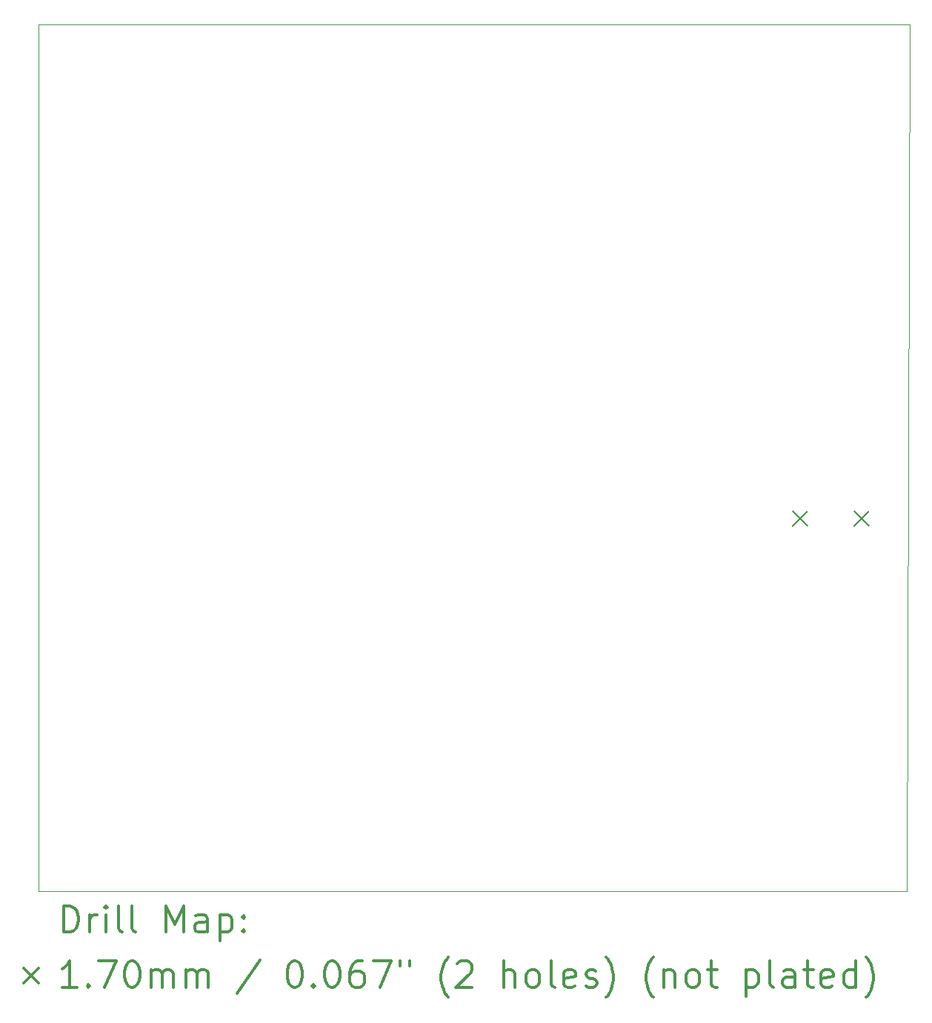
<source format=gbr>
%FSLAX45Y45*%
G04 Gerber Fmt 4.5, Leading zero omitted, Abs format (unit mm)*
G04 Created by KiCad (PCBNEW 5.1.0-unknown-03bce55~94~ubuntu16.04.1) date 2019-06-06 22:51:31*
%MOMM*%
%LPD*%
G04 APERTURE LIST*
%ADD10C,0.050000*%
%ADD11C,0.200000*%
%ADD12C,0.300000*%
G04 APERTURE END LIST*
D10*
X11966000Y-12438000D02*
X2042000Y-12437000D01*
X11994000Y-2528000D02*
X11966000Y-12438000D01*
X2043000Y-2527000D02*
X11994000Y-2528000D01*
X2042000Y-12437000D02*
X2043000Y-2527000D01*
D11*
X10660000Y-8095000D02*
X10830000Y-8265000D01*
X10830000Y-8095000D02*
X10660000Y-8265000D01*
X11360000Y-8095000D02*
X11530000Y-8265000D01*
X11530000Y-8095000D02*
X11360000Y-8265000D01*
D12*
X2325928Y-12906214D02*
X2325928Y-12606214D01*
X2397357Y-12606214D01*
X2440214Y-12620500D01*
X2468786Y-12649071D01*
X2483071Y-12677643D01*
X2497357Y-12734786D01*
X2497357Y-12777643D01*
X2483071Y-12834786D01*
X2468786Y-12863357D01*
X2440214Y-12891929D01*
X2397357Y-12906214D01*
X2325928Y-12906214D01*
X2625928Y-12906214D02*
X2625928Y-12706214D01*
X2625928Y-12763357D02*
X2640214Y-12734786D01*
X2654500Y-12720500D01*
X2683071Y-12706214D01*
X2711643Y-12706214D01*
X2811643Y-12906214D02*
X2811643Y-12706214D01*
X2811643Y-12606214D02*
X2797357Y-12620500D01*
X2811643Y-12634786D01*
X2825928Y-12620500D01*
X2811643Y-12606214D01*
X2811643Y-12634786D01*
X2997357Y-12906214D02*
X2968786Y-12891929D01*
X2954500Y-12863357D01*
X2954500Y-12606214D01*
X3154500Y-12906214D02*
X3125928Y-12891929D01*
X3111643Y-12863357D01*
X3111643Y-12606214D01*
X3497357Y-12906214D02*
X3497357Y-12606214D01*
X3597357Y-12820500D01*
X3697357Y-12606214D01*
X3697357Y-12906214D01*
X3968786Y-12906214D02*
X3968786Y-12749071D01*
X3954500Y-12720500D01*
X3925928Y-12706214D01*
X3868786Y-12706214D01*
X3840214Y-12720500D01*
X3968786Y-12891929D02*
X3940214Y-12906214D01*
X3868786Y-12906214D01*
X3840214Y-12891929D01*
X3825928Y-12863357D01*
X3825928Y-12834786D01*
X3840214Y-12806214D01*
X3868786Y-12791929D01*
X3940214Y-12791929D01*
X3968786Y-12777643D01*
X4111643Y-12706214D02*
X4111643Y-13006214D01*
X4111643Y-12720500D02*
X4140214Y-12706214D01*
X4197357Y-12706214D01*
X4225928Y-12720500D01*
X4240214Y-12734786D01*
X4254500Y-12763357D01*
X4254500Y-12849071D01*
X4240214Y-12877643D01*
X4225928Y-12891929D01*
X4197357Y-12906214D01*
X4140214Y-12906214D01*
X4111643Y-12891929D01*
X4383071Y-12877643D02*
X4397357Y-12891929D01*
X4383071Y-12906214D01*
X4368786Y-12891929D01*
X4383071Y-12877643D01*
X4383071Y-12906214D01*
X4383071Y-12720500D02*
X4397357Y-12734786D01*
X4383071Y-12749071D01*
X4368786Y-12734786D01*
X4383071Y-12720500D01*
X4383071Y-12749071D01*
X1869500Y-13315500D02*
X2039500Y-13485500D01*
X2039500Y-13315500D02*
X1869500Y-13485500D01*
X2483071Y-13536214D02*
X2311643Y-13536214D01*
X2397357Y-13536214D02*
X2397357Y-13236214D01*
X2368786Y-13279071D01*
X2340214Y-13307643D01*
X2311643Y-13321929D01*
X2611643Y-13507643D02*
X2625928Y-13521929D01*
X2611643Y-13536214D01*
X2597357Y-13521929D01*
X2611643Y-13507643D01*
X2611643Y-13536214D01*
X2725928Y-13236214D02*
X2925928Y-13236214D01*
X2797357Y-13536214D01*
X3097357Y-13236214D02*
X3125928Y-13236214D01*
X3154500Y-13250500D01*
X3168786Y-13264786D01*
X3183071Y-13293357D01*
X3197357Y-13350500D01*
X3197357Y-13421929D01*
X3183071Y-13479071D01*
X3168786Y-13507643D01*
X3154500Y-13521929D01*
X3125928Y-13536214D01*
X3097357Y-13536214D01*
X3068786Y-13521929D01*
X3054500Y-13507643D01*
X3040214Y-13479071D01*
X3025928Y-13421929D01*
X3025928Y-13350500D01*
X3040214Y-13293357D01*
X3054500Y-13264786D01*
X3068786Y-13250500D01*
X3097357Y-13236214D01*
X3325928Y-13536214D02*
X3325928Y-13336214D01*
X3325928Y-13364786D02*
X3340214Y-13350500D01*
X3368786Y-13336214D01*
X3411643Y-13336214D01*
X3440214Y-13350500D01*
X3454500Y-13379071D01*
X3454500Y-13536214D01*
X3454500Y-13379071D02*
X3468786Y-13350500D01*
X3497357Y-13336214D01*
X3540214Y-13336214D01*
X3568786Y-13350500D01*
X3583071Y-13379071D01*
X3583071Y-13536214D01*
X3725928Y-13536214D02*
X3725928Y-13336214D01*
X3725928Y-13364786D02*
X3740214Y-13350500D01*
X3768786Y-13336214D01*
X3811643Y-13336214D01*
X3840214Y-13350500D01*
X3854500Y-13379071D01*
X3854500Y-13536214D01*
X3854500Y-13379071D02*
X3868786Y-13350500D01*
X3897357Y-13336214D01*
X3940214Y-13336214D01*
X3968786Y-13350500D01*
X3983071Y-13379071D01*
X3983071Y-13536214D01*
X4568786Y-13221929D02*
X4311643Y-13607643D01*
X4954500Y-13236214D02*
X4983071Y-13236214D01*
X5011643Y-13250500D01*
X5025928Y-13264786D01*
X5040214Y-13293357D01*
X5054500Y-13350500D01*
X5054500Y-13421929D01*
X5040214Y-13479071D01*
X5025928Y-13507643D01*
X5011643Y-13521929D01*
X4983071Y-13536214D01*
X4954500Y-13536214D01*
X4925928Y-13521929D01*
X4911643Y-13507643D01*
X4897357Y-13479071D01*
X4883071Y-13421929D01*
X4883071Y-13350500D01*
X4897357Y-13293357D01*
X4911643Y-13264786D01*
X4925928Y-13250500D01*
X4954500Y-13236214D01*
X5183071Y-13507643D02*
X5197357Y-13521929D01*
X5183071Y-13536214D01*
X5168786Y-13521929D01*
X5183071Y-13507643D01*
X5183071Y-13536214D01*
X5383071Y-13236214D02*
X5411643Y-13236214D01*
X5440214Y-13250500D01*
X5454500Y-13264786D01*
X5468786Y-13293357D01*
X5483071Y-13350500D01*
X5483071Y-13421929D01*
X5468786Y-13479071D01*
X5454500Y-13507643D01*
X5440214Y-13521929D01*
X5411643Y-13536214D01*
X5383071Y-13536214D01*
X5354500Y-13521929D01*
X5340214Y-13507643D01*
X5325928Y-13479071D01*
X5311643Y-13421929D01*
X5311643Y-13350500D01*
X5325928Y-13293357D01*
X5340214Y-13264786D01*
X5354500Y-13250500D01*
X5383071Y-13236214D01*
X5740214Y-13236214D02*
X5683071Y-13236214D01*
X5654500Y-13250500D01*
X5640214Y-13264786D01*
X5611643Y-13307643D01*
X5597357Y-13364786D01*
X5597357Y-13479071D01*
X5611643Y-13507643D01*
X5625928Y-13521929D01*
X5654500Y-13536214D01*
X5711643Y-13536214D01*
X5740214Y-13521929D01*
X5754500Y-13507643D01*
X5768786Y-13479071D01*
X5768786Y-13407643D01*
X5754500Y-13379071D01*
X5740214Y-13364786D01*
X5711643Y-13350500D01*
X5654500Y-13350500D01*
X5625928Y-13364786D01*
X5611643Y-13379071D01*
X5597357Y-13407643D01*
X5868786Y-13236214D02*
X6068786Y-13236214D01*
X5940214Y-13536214D01*
X6168786Y-13236214D02*
X6168786Y-13293357D01*
X6283071Y-13236214D02*
X6283071Y-13293357D01*
X6725928Y-13650500D02*
X6711643Y-13636214D01*
X6683071Y-13593357D01*
X6668786Y-13564786D01*
X6654500Y-13521929D01*
X6640214Y-13450500D01*
X6640214Y-13393357D01*
X6654500Y-13321929D01*
X6668786Y-13279071D01*
X6683071Y-13250500D01*
X6711643Y-13207643D01*
X6725928Y-13193357D01*
X6825928Y-13264786D02*
X6840214Y-13250500D01*
X6868786Y-13236214D01*
X6940214Y-13236214D01*
X6968786Y-13250500D01*
X6983071Y-13264786D01*
X6997357Y-13293357D01*
X6997357Y-13321929D01*
X6983071Y-13364786D01*
X6811643Y-13536214D01*
X6997357Y-13536214D01*
X7354500Y-13536214D02*
X7354500Y-13236214D01*
X7483071Y-13536214D02*
X7483071Y-13379071D01*
X7468786Y-13350500D01*
X7440214Y-13336214D01*
X7397357Y-13336214D01*
X7368786Y-13350500D01*
X7354500Y-13364786D01*
X7668786Y-13536214D02*
X7640214Y-13521929D01*
X7625928Y-13507643D01*
X7611643Y-13479071D01*
X7611643Y-13393357D01*
X7625928Y-13364786D01*
X7640214Y-13350500D01*
X7668786Y-13336214D01*
X7711643Y-13336214D01*
X7740214Y-13350500D01*
X7754500Y-13364786D01*
X7768786Y-13393357D01*
X7768786Y-13479071D01*
X7754500Y-13507643D01*
X7740214Y-13521929D01*
X7711643Y-13536214D01*
X7668786Y-13536214D01*
X7940214Y-13536214D02*
X7911643Y-13521929D01*
X7897357Y-13493357D01*
X7897357Y-13236214D01*
X8168786Y-13521929D02*
X8140214Y-13536214D01*
X8083071Y-13536214D01*
X8054500Y-13521929D01*
X8040214Y-13493357D01*
X8040214Y-13379071D01*
X8054500Y-13350500D01*
X8083071Y-13336214D01*
X8140214Y-13336214D01*
X8168786Y-13350500D01*
X8183071Y-13379071D01*
X8183071Y-13407643D01*
X8040214Y-13436214D01*
X8297357Y-13521929D02*
X8325928Y-13536214D01*
X8383071Y-13536214D01*
X8411643Y-13521929D01*
X8425928Y-13493357D01*
X8425928Y-13479071D01*
X8411643Y-13450500D01*
X8383071Y-13436214D01*
X8340214Y-13436214D01*
X8311643Y-13421929D01*
X8297357Y-13393357D01*
X8297357Y-13379071D01*
X8311643Y-13350500D01*
X8340214Y-13336214D01*
X8383071Y-13336214D01*
X8411643Y-13350500D01*
X8525928Y-13650500D02*
X8540214Y-13636214D01*
X8568786Y-13593357D01*
X8583071Y-13564786D01*
X8597357Y-13521929D01*
X8611643Y-13450500D01*
X8611643Y-13393357D01*
X8597357Y-13321929D01*
X8583071Y-13279071D01*
X8568786Y-13250500D01*
X8540214Y-13207643D01*
X8525928Y-13193357D01*
X9068786Y-13650500D02*
X9054500Y-13636214D01*
X9025928Y-13593357D01*
X9011643Y-13564786D01*
X8997357Y-13521929D01*
X8983071Y-13450500D01*
X8983071Y-13393357D01*
X8997357Y-13321929D01*
X9011643Y-13279071D01*
X9025928Y-13250500D01*
X9054500Y-13207643D01*
X9068786Y-13193357D01*
X9183071Y-13336214D02*
X9183071Y-13536214D01*
X9183071Y-13364786D02*
X9197357Y-13350500D01*
X9225928Y-13336214D01*
X9268786Y-13336214D01*
X9297357Y-13350500D01*
X9311643Y-13379071D01*
X9311643Y-13536214D01*
X9497357Y-13536214D02*
X9468786Y-13521929D01*
X9454500Y-13507643D01*
X9440214Y-13479071D01*
X9440214Y-13393357D01*
X9454500Y-13364786D01*
X9468786Y-13350500D01*
X9497357Y-13336214D01*
X9540214Y-13336214D01*
X9568786Y-13350500D01*
X9583071Y-13364786D01*
X9597357Y-13393357D01*
X9597357Y-13479071D01*
X9583071Y-13507643D01*
X9568786Y-13521929D01*
X9540214Y-13536214D01*
X9497357Y-13536214D01*
X9683071Y-13336214D02*
X9797357Y-13336214D01*
X9725928Y-13236214D02*
X9725928Y-13493357D01*
X9740214Y-13521929D01*
X9768786Y-13536214D01*
X9797357Y-13536214D01*
X10125928Y-13336214D02*
X10125928Y-13636214D01*
X10125928Y-13350500D02*
X10154500Y-13336214D01*
X10211643Y-13336214D01*
X10240214Y-13350500D01*
X10254500Y-13364786D01*
X10268786Y-13393357D01*
X10268786Y-13479071D01*
X10254500Y-13507643D01*
X10240214Y-13521929D01*
X10211643Y-13536214D01*
X10154500Y-13536214D01*
X10125928Y-13521929D01*
X10440214Y-13536214D02*
X10411643Y-13521929D01*
X10397357Y-13493357D01*
X10397357Y-13236214D01*
X10683071Y-13536214D02*
X10683071Y-13379071D01*
X10668786Y-13350500D01*
X10640214Y-13336214D01*
X10583071Y-13336214D01*
X10554500Y-13350500D01*
X10683071Y-13521929D02*
X10654500Y-13536214D01*
X10583071Y-13536214D01*
X10554500Y-13521929D01*
X10540214Y-13493357D01*
X10540214Y-13464786D01*
X10554500Y-13436214D01*
X10583071Y-13421929D01*
X10654500Y-13421929D01*
X10683071Y-13407643D01*
X10783071Y-13336214D02*
X10897357Y-13336214D01*
X10825928Y-13236214D02*
X10825928Y-13493357D01*
X10840214Y-13521929D01*
X10868786Y-13536214D01*
X10897357Y-13536214D01*
X11111643Y-13521929D02*
X11083071Y-13536214D01*
X11025928Y-13536214D01*
X10997357Y-13521929D01*
X10983071Y-13493357D01*
X10983071Y-13379071D01*
X10997357Y-13350500D01*
X11025928Y-13336214D01*
X11083071Y-13336214D01*
X11111643Y-13350500D01*
X11125928Y-13379071D01*
X11125928Y-13407643D01*
X10983071Y-13436214D01*
X11383071Y-13536214D02*
X11383071Y-13236214D01*
X11383071Y-13521929D02*
X11354500Y-13536214D01*
X11297357Y-13536214D01*
X11268786Y-13521929D01*
X11254500Y-13507643D01*
X11240214Y-13479071D01*
X11240214Y-13393357D01*
X11254500Y-13364786D01*
X11268786Y-13350500D01*
X11297357Y-13336214D01*
X11354500Y-13336214D01*
X11383071Y-13350500D01*
X11497357Y-13650500D02*
X11511643Y-13636214D01*
X11540214Y-13593357D01*
X11554500Y-13564786D01*
X11568786Y-13521929D01*
X11583071Y-13450500D01*
X11583071Y-13393357D01*
X11568786Y-13321929D01*
X11554500Y-13279071D01*
X11540214Y-13250500D01*
X11511643Y-13207643D01*
X11497357Y-13193357D01*
M02*

</source>
